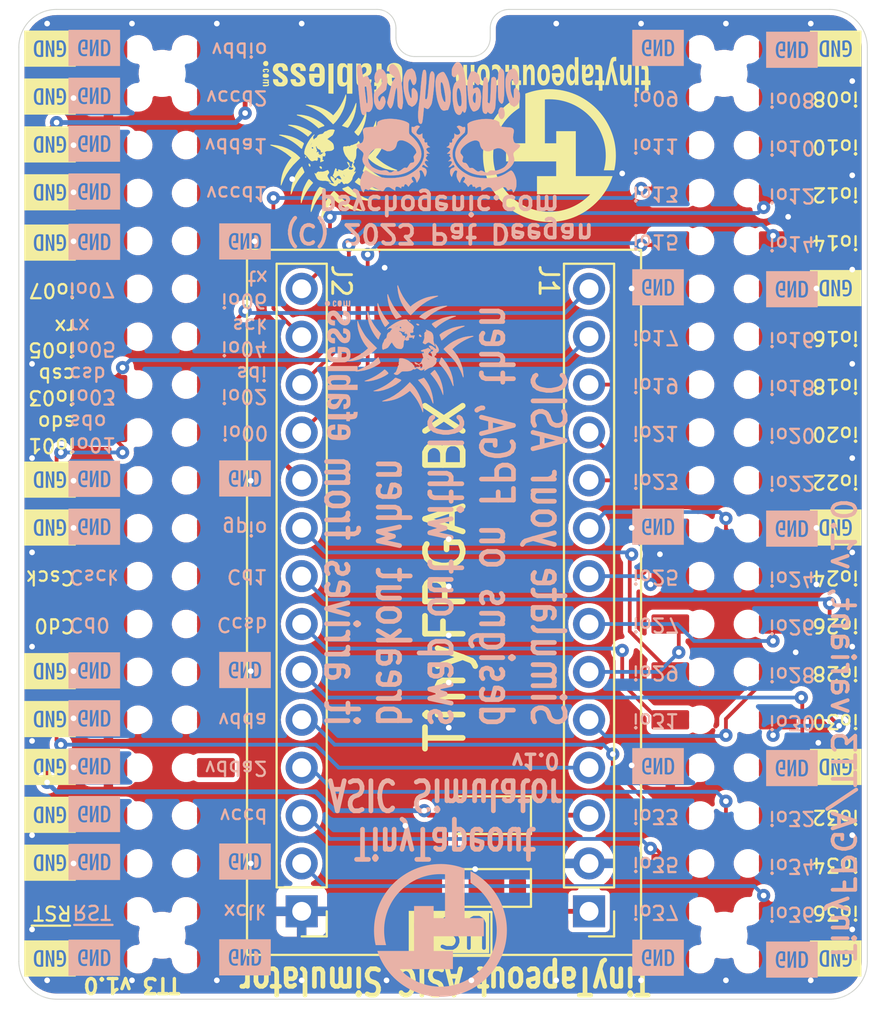
<source format=kicad_pcb>
(kicad_pcb (version 20221018) (generator pcbnew)
  (title_block (title "TinyTapeout ASIC Simulator (for TT3)") (date "2023-11-29") (rev "1.0") (company "Psychogenic Technologies") (comment 1 "(C) 2023 Pat Deegan"))
  (layers (0 "F.Cu" signal) (31 "B.Cu" signal) (34 "B.Paste" user) (35 "F.Paste" user) (36 "B.SilkS" user "B.Silkscreen") (37 "F.SilkS" user "F.Silkscreen") (38 "B.Mask" user) (39 "F.Mask" user) (44 "Edge.Cuts" user))
  (net 0 "")
  (net 1 "GND")
  (net 2 "vddio")
  (net 3 "vccd2")
  (net 4 "vccd1")
  (net 5 "vdda1")
  (net 6 "vdda2")
  (net 7 "mprj_io[18]")
  (net 8 "mprj_io[17]")
  (net 9 "mprj_io[16]")
  (net 10 "mprj_io[15]")
  (net 11 "mprj_io[14]")
  (net 12 "mprj_io[13]")
  (net 13 "mprj_io[12]")
  (net 14 "mprj_io[11]")
  (net 15 "mprj_io[10]")
  (net 16 "mprj_io[9]")
  (net 17 "mprj_io[8]")
  (net 18 "mprj_io[7]")
  (net 19 "mprj_io[6]_ser_tx")
  (net 20 "mprj_io[5]_ser_rx")
  (net 21 "mprj_io[0]")
  (net 22 "mprj_io[33]")
  (net 23 "mprj_io[32]")
  (net 24 "mprj_io[31]")
  (net 25 "mprj_io[30]")
  (net 26 "mprj_io[29]")
  (net 27 "mprj_io[28]")
  (net 28 "mprj_io[27]")
  (net 29 "mprj_io[26]")
  (net 30 "mprj_io[25]")
  (net 31 "mprj_io[24]")
  (net 32 "mprj_io[23]")
  (net 33 "mprj_io[22]")
  (net 34 "mprj_io[21]")
  (net 35 "mprj_io[20]")
  (net 36 "mprj_io[19]")
  (net 37 "mprj_io[4]_SCK")
  (net 38 "mprj_io[3]_CSB")
  (net 39 "mprj_io[2]_SDI")
  (net 40 "mprj_io[1]_SDO")
  (net 41 "gpio")
  (net 42 "Caravel_D0")
  (net 43 "Caravel_CSB")
  (net 44 "~{RST}")
  (net 45 "Caravel_D1")
  (net 46 "xclk")
  (net 47 "mprj_io[36]")
  (net 48 "mprj_io[37]")
  (net 49 "Caravel_SCK")
  (net 50 "mprj_io[34]")
  (net 51 "mprj_io[35]")
  (net 52 "vdda")
  (net 53 "vccd")
  (net 54 "/3v3TF")
  (net 55 "/5vTF")
  (footprint "kibuzzard-6288F08E" (layer "F.Cu") (at 91.322 57.681 180)
    (fp_text reference "kibuzzard-6288F08E" hide)
    (fp_text value "G***" hide)
  )
  (footprint "flyingcarsfootprints:StitchingVia-0.3mm" (layer "F.Cu") (at 50.9 29.8)
    (fp_text reference "STITCH19" hide)
    (fp_text value "StitchingVia-0.3mm" hide)
  )
  (footprint "Diode_SMD:D_SOD-123" (layer "F.Cu") (at 72.8 64.1 180)
    (fp_text reference "D2" hide)
    (fp_text value "B0520LW-7-F")
  )
  (footprint "BreakoutCommon:FH-00339" (layer "F.Cu") (at 85.4 43.75 -90)
    (fp_text reference "CON2" hide)
    (fp_text value "REF-182665-01")
  )
  (footprint "flyingcarsfootprints:StitchingVia-0.3mm" (layer "F.Cu") (at 50.9 52.6)
    (fp_text reference "STITCH19" hide)
    (fp_text value "StitchingVia-0.3mm" hide)
  )
  (footprint "kibuzzard-6288F08E" (layer "F.Cu") (at 91.322 44.981 180)
    (fp_text reference "kibuzzard-6288F08E" hide)
    (fp_text value "G***" hide)
  )
  (footprint "flyingcarsfootprints:StitchingVia-0.3mm" (layer "F.Cu") (at 92.2 36.3)
    (fp_text reference "STITCH25" hide)
    (fp_text value "StitchingVia-0.3mm" hide)
  )
  (footprint "flyingcarsfootprints:StitchingVia-0.3mm" (layer "F.Cu") (at 58.5 18.25)
    (fp_text reference "STITCH17" hide)
    (fp_text value "StitchingVia-0.3mm" hide)
  )
  (footprint "flyingcarsfootprints:StitchingVia-0.3mm" (layer "F.Cu") (at 60.3 62.8)
    (fp_text reference "STITCH19" hide)
    (fp_text value "StitchingVia-0.3mm" hide)
  )
  (footprint "Logos:TT_logo" (layer "F.Cu") (at 76.1 25.2 180)
    (fp_text reference "REF**" hide)
    (fp_text value "TT_logo")
  )
  (footprint "flyingcarsfootprints:StitchingVia-0.3mm" (layer "F.Cu") (at 92.2 41.3)
    (fp_text reference "STITCH24" hide)
    (fp_text value "StitchingVia-0.3mm" hide)
  )
  (footprint "flyingcarsfootprints:StitchingVia-0.3mm" (layer "F.Cu") (at 70.8 50.7)
    (fp_text reference "STITCH19" hide)
    (fp_text value "StitchingVia-0.3mm" hide)
  )
  (footprint "flyingcarsfootprints:StitchingVia-0.3mm" (layer "F.Cu") (at 82 46.4)
    (fp_text reference "STITCH19" hide)
    (fp_text value "StitchingVia-0.3mm" hide)
  )
  (footprint "flyingcarsfootprints:StitchingVia-0.3mm" (layer "F.Cu") (at 50.9 57.7)
    (fp_text reference "STITCH19" hide)
    (fp_text value "StitchingVia-0.3mm" hide)
  )
  (footprint "flyingcarsfootprints:StitchingVia-0.3mm" (layer "F.Cu") (at 72 69)
    (fp_text reference "STITCH6" hide)
    (fp_text value "StitchingVia-0.3mm" hide)
  )
  (footprint "kibuzzard-6288F08E" (layer "F.Cu") (at 49.651 67.841 180)
    (fp_text reference "kibuzzard-6288F08E" hide)
    (fp_text value "G***" hide)
  )
  (footprint "Logos:ef_logo" (layer "F.Cu") (at 64.7 21.1 180)
    (fp_text reference "EFABNAME" hide)
    (fp_text value "Logo" hide)
  )
  (footprint "flyingcarsfootprints:StitchingVia-0.3mm" (layer "F.Cu") (at 49.5 18.25)
    (fp_text reference "STITCH19" hide)
    (fp_text value "StitchingVia-0.3mm" hide)
  )
  (footprint "flyingcarsfootprints:StitchingVia-0.3mm" (layer "F.Cu") (at 76.5 18.25)
    (fp_text reference "STITCH13" hide)
    (fp_text value "StitchingVia-0.3mm" hide)
  )
  (footprint "flyingcarsfootprints:StitchingVia-0.3mm" (layer "F.Cu") (at 62.5 26.5)
    (fp_text reference "STITCH19" hide)
    (fp_text value "StitchingVia-0.3mm" hide)
  )
  (footprint "flyingcarsfootprints:StitchingVia-0.3mm" (layer "F.Cu") (at 48.7 51.3)
    (fp_text reference "STITCH31" hide)
    (fp_text value "StitchingVia-0.3mm" hide)
  )
  (footprint "Diode_SMD:D_SOD-123" (layer "F.Cu") (at 72.8 60.24 180)
    (fp_text reference "D1" hide)
    (fp_text value "B0520LW-7-F")
  )
  (footprint "flyingcarsfootprints:StitchingVia-0.3mm" (layer "F.Cu") (at 76.5 69)
    (fp_text reference "STITCH7" hide)
    (fp_text value "StitchingVia-0.3mm" hide)
  )
  (footprint "flyingcarsfootprints:StitchingVia-0.3mm" (layer "F.Cu") (at 63 69)
    (fp_text reference "STITCH4" hide)
    (fp_text value "StitchingVia-0.3mm" hide)
  )
  (footprint "flyingcarsfootprints:StitchingVia-0.3mm" (layer "F.Cu") (at 72.2 63.1)
    (fp_text reference "STITCH19" hide)
    (fp_text value "StitchingVia-0.3mm" hide)
  )
  (footprint "flyingcarsfootprints:StitchingVia-0.3mm" (layer "F.Cu") (at 49.5 69)
    (fp_text reference "STITCH1" hide)
    (fp_text value "StitchingVia-0.3mm" hide)
  )
  (footprint "kibuzzard-6288F08E" (layer "F.Cu") (at 49.651 19.581 180)
    (fp_text reference "kibuzzard-6288F08E" hide)
    (fp_text value "G***" hide)
  )
  (footprint "kibuzzard-6288F08E" (layer "F.Cu") (at 49.651 42.441 180)
    (fp_text reference "kibuzzard-6288F08E" hide)
    (fp_text value "G***" hide)
  )
  (footprint "flyingcarsfootprints:StitchingVia-0.3mm" (layer "F.Cu") (at 92.2 26.3)
    (fp_text reference "STITCH27" hide)
    (fp_text value "StitchingVia-0.3mm" hide)
  )
  (footprint "flyingcarsfootprints:StitchingVia-0.3mm" (layer "F.Cu") (at 80.5 45)
    (fp_text reference "STITCH19" hide)
    (fp_text value "StitchingVia-0.3mm" hide)
  )
  (footprint "flyingcarsfootprints:StitchingVia-0.3mm" (layer "F.Cu") (at 50.9 24.7)
    (fp_text reference "STITCH19" hide)
    (fp_text value "StitchingVia-0.3mm" hide)
  )
  (footprint "flyingcarsfootprints:StitchingVia-0.3mm" (layer "F.Cu") (at 50.9 62.8)
    (fp_text reference "STITCH19" hide)
    (fp_text value "StitchingVia-0.3mm" hide)
  )
  (footprint "flyingcarsfootprints:StitchingVia-0.3mm" (layer "F.Cu") (at 48.7 36.3)
    (fp_text reference "STITCH25" hide)
    (fp_text value "StitchingVia-0.3mm" hide)
  )
  (footprint "flyingcarsfootprints:StitchingVia-0.3mm" (layer "F.Cu") (at 60.5 29.8)
    (fp_text reference "STITCH19" hide)
    (fp_text value "StitchingVia-0.3mm" hide)
  )
  (footprint "flyingcarsfootprints:StitchingVia-0.3mm" (layer "F.Cu") (at 48.7 46.3)
    (fp_text reference "STITCH30" hide)
    (fp_text value "StitchingVia-0.3mm" hide)
  )
  (footprint "flyingcarsfootprints:StitchingVia-0.3mm" (layer "F.Cu") (at 80.5 57.6)
    (fp_text reference "STITCH19" hide)
    (fp_text value "StitchingVia-0.3mm" hide)
  )
  (footprint "flyingcarsfootprints:StitchingVia-0.3mm" (layer "F.Cu") (at 68.5 60.8)
    (fp_text reference "STITCH19" hide)
    (fp_text value "StitchingVia-0.3mm" hide)
  )
  (footprint "Connector_PinHeader_2.54mm:PinHeader_1x14_P2.54mm_Vertical" (layer "F.Cu") (at 63 65.34 180)
    (fp_text reference "J2")
    (fp_text value "CONN_01X14")
  )
  (footprint "flyingcarsfootprints:StitchingVia-0.3mm" (layer "F.Cu") (at 90.3 32.3)
    (fp_text reference "STITCH19" hide)
    (fp_text value "StitchingVia-0.3mm" hide)
  )
  (footprint "flyingcarsfootprints:StitchingVia-0.3mm" (layer "F.Cu") (at 90 18.25)
    (fp_text reference "STITCH10" hide)
    (fp_text value "StitchingVia-0.3mm" hide)
  )
  (footprint "kibuzzard-6288F08E" (layer "F.Cu") (at 49.651 52.601 180)
    (fp_text reference "kibuzzard-6288F08E" hide)
    (fp_text value "G***" hide)
  )
  (footprint "flyingcarsfootprints:StitchingVia-0.3mm" (layer "F.Cu") (at 90.3 45)
    (fp_text reference "STITCH19" hide)
    (fp_text value "StitchingVia-0.3mm" hide)
  )
  (footprint "kibuzzard-6288F08E" (layer "F.Cu") (at 49.651 29.868 180)
    (fp_text reference "kibuzzard-6288F08E" hide)
    (fp_text value "G***" hide)
  )
  (footprint "flyingcarsfootprints:StitchingVia-0.3mm" (layer "F.Cu") (at 70.8 55.6)
    (fp_text reference "STITCH19" hide)
    (fp_text value "StitchingVia-0.3mm" hide)
  )
  (footprint "kibuzzard-6288F08E" (layer "F.Cu") (at 49.651 44.981 180)
    (fp_text reference "kibuzzard-6288F08E" hide)
    (fp_text value "G***" hide)
  )
  (footprint "kibuzzard-6288F08E" (layer "F.Cu") (at 91.322 67.841 180)
    (fp_text reference "kibuzzard-6288F08E" hide)
    (fp_text value "G***" hide)
  )
  (footprint "flyingcarsfootprints:StitchingVia-0.3mm" (layer "F.Cu") (at 85.5 18.25)
    (fp_text reference "STITCH11" hide)
    (fp_text value "StitchingVia-0.3mm" hide)
  )
  (footprint "flyingcarsfootprints:StitchingVia-0.3mm" (layer "F.Cu") (at 48.7 41.3)
    (fp_text reference "STITCH29" hide)
    (fp_text value "StitchingVia-0.3mm" hide)
  )
  (footprint "flyingcarsfootprints:StitchingVia-0.3mm" (layer "F.Cu") (at 50.9 27.2)
    (fp_text reference "STITCH19" hide)
    (fp_text value "StitchingVia-0.3mm" hide)
  )
  (footprint "flyingcarsfootprints:StitchingVia-0.3mm" (layer "F.Cu") (at 92.2 51.3)
    (fp_text reference "STITCH22" hide)
    (fp_text value "StitchingVia-0.3mm" hide)
  )
  (footprint "flyingcarsfootprints:StitchingVia-0.3mm" (layer "F.Cu") (at 92.2 21.3)
    (fp_text reference "STITCH28" hide)
    (fp_text value "StitchingVia-0.3mm" hide)
  )
  (footprint "flyingcarsfootprints:StitchingVia-0.3mm" (layer "F.Cu") (at 54 69)
    (fp_text reference "STITCH2" hide)
    (fp_text value "StitchingVia-0.3mm" hide)
  )
  (footprint "flyingcarsfootprints:StitchingVia-0.3mm" (layer "F.Cu") (at 54 18.25)
    (fp_text reference "STITCH18" hide)
    (fp_text value "StitchingVia-0.3mm" hide)
  )
  (footprint "flyingcarsfootprints:StitchingVia-0.3mm" (layer "F.Cu") (at 63 18.25)
    (fp_text reference "STITCH16" hide)
    (fp_text value "StitchingVia-0.3mm" hide)
  )
  (footprint "flyingcarsfootprints:StitchingVia-0.3mm" (layer "F.Cu") (at 85.5 69)
    (fp_text reference "STITCH9" hide)
    (fp_text value "StitchingVia-0.3mm" hide)
  )
  (footprint "flyingcarsfootprints:StitchingVia-0.3mm" (layer "F.Cu") (at 90 69)
    (fp_text reference "STITCH10" hide)
    (fp_text value "StitchingVia-0.3mm" hide)
  )
  (footprint "flyingcarsfootprints:StitchingVia-0.3mm" (layer "F.Cu") (at 67.4 31.2)
    (fp_text reference "STITCH19" hide)
    (fp_text value "StitchingVia-0.3mm" hide)
  )
  (footprint "flyingcarsfootprints:StitchingVia-0.3mm" (layer "F.Cu") (at 67.5 69)
    (fp_text reference "STITCH5" hide)
    (fp_text value "StitchingVia-0.3mm" hide)
  )
  (footprint "flyingcarsfootprints:StitchingVia-0.3mm" (layer "F.Cu") (at 70.8 45.6)
    (fp_text reference "STITCH19" hide)
    (fp_text value "StitchingVia-0.3mm" hide)
  )
  (footprint "flyingcarsfootprints:StitchingVia-0.3mm" (layer "F.Cu") (at 80.5 32.3)
    (fp_text reference "STITCH19" hide)
    (fp_text value "StitchingVia-0.3mm" hide)
  )
  (footprint "Logos:ef_logo_graphical" (layer "F.Cu") (at 64.7 25.4 90)
    (fp_text reference "REF**" hide)
    (fp_text value "Logo" hide)
  )
  (footprint "flyingcarsfootprints:StitchingVia-0.3mm" (layer "F.Cu") (at 92.2 46.3)
    (fp_text reference "STITCH23" hide)
    (fp_text value "StitchingVia-0.3mm" hide)
  )
  (footprint "flyingcarsfootprints:StitchingVia-0.3mm" (layer "F.Cu") (at 92.2 61.3)
    (fp_text reference "STITCH20" hide)
    (fp_text value "StitchingVia-0.3mm" hide)
  )
  (footprint "kibuzzard-6288F08E" (layer "F.Cu") (at 49.651 62.761 180)
    (fp_text reference "kibuzzard-6288F08E" hide)
    (fp_text value "G***" hide)
  )
  (footprint "flyingcarsfootprints:StitchingVia-0.3mm" (layer "F.Cu") (at 90.4 56.4)
    (fp_text reference "STITCH19" hide)
    (fp_text value "StitchingVia-0.3mm" hide)
  )
  (footprint "flyingcarsfootprints:StitchingVia-0.3mm" (layer "F.Cu") (at 70.8 48.1)
    (fp_text reference "STITCH19" hide)
    (fp_text value "StitchingVia-0.3mm" hide)
  )
  (footprint "flyingcarsfootprints:StitchingVia-0.3mm" (layer "F.Cu") (at 60.3 42.5)
    (fp_text reference "STITCH19" hide)
    (fp_text value "StitchingVia-0.3mm" hide)
  )
  (footprint "flyingcarsfootprints:StitchingVia-0.3mm" (layer "F.Cu") (at 48.7 66.3)
    (fp_text reference "STITCH34" hide)
    (fp_text value "StitchingVia-0.3mm" hide)
  )
  (footprint "flyingcarsfootprints:StitchingVia-0.3mm" (layer "F.Cu") (at 50.9 22.2)
    (fp_text reference "STITCH19" hide)
    (fp_text value "StitchingVia-0.3mm" hide)
  )
  (footprint "flyingcarsfootprints:StitchingVia-0.3mm" (layer "F.Cu") (at 80 26.2)
    (fp_text reference "STITCH19" hide)
    (fp_text value "StitchingVia-0.3mm" hide)
  )
  (footprint "flyingcarsfootprints:StitchingVia-0.3mm" (layer "F.Cu") (at 58.5 69)
    (fp_text reference "STITCH3" hide)
    (fp_text value "StitchingVia-0.3mm" hide)
  )
  (footprint "flyingcarsfootprints:StitchingVia-0.3mm" (layer "F.Cu") (at 48.7 56.3)
    (fp_text reference "STITCH32" hide)
    (fp_text value "StitchingVia-0.3mm" hide)
  )
  (footprint "kibuzzard-6288F08E" (layer "F.Cu") (at 49.651 57.681 180)
    (fp_text reference "kibuzzard-6288F08E" hide)
    (fp_text value "G***" hide)
  )
  (footprint "kibuzzard-6288F08E" (layer "F.Cu") (at 91.322 32.281 180)
    (fp_text reference "kibuzzard-6288F08E" hide)
    (fp_text value "G***" hide)
  )
  (footprint "flyingcarsfootprints:StitchingVia-0.3mm" (layer "F.Cu") (at 92.2 66.3)
    (fp_text reference "STITCH19" hide)
    (fp_text value "StitchingVia-0.3mm" hide)
  )
  (footprint "flyingcarsfootprints:StitchingVia-0.3mm" (layer "F.Cu") (at 48.7 61.3)
    (fp_text reference "STITCH33" hide)
    (fp_text value "StitchingVia-0.3mm" hide)
  )
  (footprint "flyingcarsfootprints:StitchingVia-0.3mm" (layer "F.Cu") (at 81 69)
    (fp_text reference "STITCH8" hide)
    (fp_text value "StitchingVia-0.3mm" hide)
  )
  (footprint "kibuzzard-6288F08E" (layer "F.Cu") (at 49.651 24.661 180)
    (fp_text reference "kibuzzard-6288F08E" hide)
    (fp_text value "G***" hide)
  )
  (footprint "flyingcarsfootprints:StitchingVia-0.3mm" (layer "F.Cu") (at 50.9 42.5)
    (fp_text reference "STITCH19" hide)
    (fp_text value "StitchingVia-0.3mm" hide)
  )
  (footprint "kibuzzard-6288F08E" (layer "F.Cu") (at 49.651 27.201 180)
    (fp_text reference "kibuzzard-6288F08E" hide)
    (fp_text value "G***" hide)
  )
  (footprint "flyingcarsfootprints:StitchingVia-0.3mm" (layer "F.Cu") (at 89.2 51.6)
    (fp_text reference "STITCH19" hide)
    (fp_text value "StitchingVia-0.3mm" hide)
  )
  (footprint "BreakoutCommon:FH-00339" (layer "F.Cu") (at 55.6 43.75 -90)
    (fp_text reference "CON1" hide)
    (fp_text value "REF-182665-01")
  )
  (footprint "flyingcarsfootprints:StitchingVia-0.3mm" (layer "F.Cu") (at 60.3 52.6)
    (fp_text reference "STITCH19" hide)
    (fp_text value "StitchingVia-0.3mm" hide)
  )
  (footprint "kibuzzard-6288F08E" (layer "F.Cu") (at 49.651 55.141 180)
    (fp_text reference "kibuzzard-6288F08E" hide)
    (fp_text value "G***" hide)
  )
  (footprint "kibuzzard-6288F08E" (layer "F.Cu") (at 49.651 22.121 180)
    (fp_text reference "kibuzzard-6288F08E" hide)
    (fp_text value "G***" hide)
  )
  (footprint "kibuzzard-6288F08E" (layer "F.Cu") (at 49.651 60.221 180)
    (fp_text reference "kibuzzard-6288F08E" hide)
    (fp_text value "G***" hide)
  )
  (footprint "flyingcarsfootprints:StitchingVia-0.3mm" (layer "F.Cu") (at 50.9 45)
    (fp_text reference "STITCH19" hide)
    (fp_text value "StitchingVia-0.3mm" hide)
  )
  (footprint "flyingcarsfootprints:StitchingVia-0.3mm" (layer "F.Cu") (at 92.2 31.3)
    (fp_text reference "STITCH26" hide)
    (fp_text value "StitchingVia-0.3mm" hide)
  )
  (footprint "flyingcarsfootprints:StitchingVia-0.3mm" (layer "F.Cu") (at 50.9 55.1)
    (fp_text reference "STITCH19" hide)
    (fp_text value "StitchingVia-0.3mm" hide)
  )
  (footprint "flyingcarsfootprints:StitchingVia-0.3mm" (layer "F.Cu") (at 70.8 53.2)
    (fp_text reference "STITCH19" hide)
    (fp_text value "StitchingVia-0.3mm" hide)
  )
  (footprint "Connector_PinHeader_2.54mm:PinHeader_1x14_P2.54mm_Vertical" (layer "F.Cu") (at 78.24 65.34 180)
    (fp_text reference "J1")
    (fp_text value "CONN_01X14")
  )
  (footprint "flyingcarsfootprints:StitchingVia-0.3mm" (layer "F.Cu") (at 90.3 48)
    (fp_text reference "STITCH19" hide)
    (fp_text value "StitchingVia-0.3mm" hide)
  )
  (footprint "flyingcarsfootprints:StitchingVia-0.3mm" (layer "F.Cu") (at 81 18.25)
    (fp_text reference "STITCH12" hide)
    (fp_text value "StitchingVia-0.3mm" hide)
  )
  (footprint "flyingcarsfootprints:StitchingVia-0.3mm" (layer "F.Cu") (at 88.8 28.5)
    (fp_text reference "STITCH19" hide)
    (fp_text value "StitchingVia-0.3mm" hide)
  )
  (footprint "kibuzzard-6288F08E" (layer "F.Cu") (at 91.322 19.581 180)
    (fp_text reference "kibuzzard-6288F08E" hide)
    (fp_text value "G***" hide)
  )
  (footprint "Logos:ef_logo" (layer "B.Cu") (at 65.1 36.7 90)
    (fp_text reference "EFABNAME" hide)
    (fp_text value "Logo" hide)
  )
  (footprint "kibuzzard-6288F08E" (layer "B.Cu") (at 81.9 19.54)
    (fp_text reference "kibuzzard-6288F08E" hide)
    (fp_text value "G***" hide)
  )
  (footprint "kibuzzard-6288F08E" (layer "B.Cu") (at 59.993334 62.7)
    (fp_text reference "kibuzzard-6288F08E" hide)
    (fp_text value "G***" hide)
  )
  (footprint "kibuzzard-6288F08E" (layer "B.Cu") (at 59.993334 52.54)
    (fp_text reference "kibuzzard-6288F08E" hide)
    (fp_text value "G***" hide)
  )
  (footprint "kibuzzard-6288F08E" (layer "B.Cu") (at 89 57.74)
    (fp_text reference "kibuzzard-6288F08E" hide)
    (fp_text value "G***" hide)
  )
  (footprint "kibuzzard-6288F08E" (layer "B.Cu") (at 52 22.08)
    (fp_text reference "kibuzzard-6288F08E" hide)
    (fp_text value "G***" hide)
  )
  (footprint "kibuzzard-6288F08E" (layer "B.Cu") (at 81.9 44.94)
    (fp_text reference "kibuzzard-6288F08E" hide)
    (fp_text value "G***" hide)
  )
  (footprint "kibuzzard-6288F08E" (layer "B.Cu") (at 52 57.64)
    (fp_text reference "kibuzzard-6288F08E" hide)
    (fp_text value "G***" hide)
  )
  (footprint "kibuzzard-6288F08E" (layer "B.Cu") (at 52 24.62)
    (fp_text reference "kibuzzard-6288F08E" hide)
    (fp_text value "G***" hide)
  )
  (footprint "kibuzzard-6288F08E" (layer "B.Cu") (at 81.9 67.8)
    (fp_text reference "kibuzzard-6288F08E" hide)
    (fp_text value "G***" hide)
  )
  (footprint "kibuzzard-6288F08E" (layer "B.Cu") (at 89 67.9)
    (fp_text reference "kibuzzard-6288F08E" hide)
    (fp_text value "G***" hide)
  )
  (footprint "kibuzzard-6288F08E" (layer "B.Cu") (at 89 32.34)
    (fp_text reference "kibuzzard-6288F08E" hide)
    (fp_text value "G***" hide)
  )
  (footprint "kibuzzard-6288F08E" (layer "B.Cu") (at 52 44.94)
    (fp_text reference "kibuzzard-6288F08E" hide)
    (fp_text value "G***" hide)
  )
  (footprint "kibuzzard-6288F08E" (layer "B.Cu") (at 89 45.04)
    (fp_text reference "kibuzzard-6288F08E" hide)
    (fp_text value "G***" hide)
  )
  (footprint "kibuzzard-6288F08E" (layer "B.Cu") (at 52 67.8)
    (fp_text reference "kibuzzard-6288F08E" hide)
    (fp_text value "G***" hide)
  )
  (footprint "kibuzzard-6288F08E" (layer "B.Cu") (at 81.9 57.64)
    (fp_text reference "kibuzzard-6288F08E" hide)
    (fp_text value "G***" hide)
  )
  (footprint "kibuzzard-6288F08E" (layer "B.Cu") (at 81.9 32.24)
    (fp_text reference "kibuzzard-6288F08E" hide)
    (fp_text value "G***" hide)
  )
  (footprint "kibuzzard-6288F08E" (layer "B.Cu") (at 89 19.64)
    (fp_text reference "kibuzzard-6288F08E" hide)
    (fp_text value "G***" hide)
  )
  (footprint "kibuzzard-6288F08E" (layer "B.Cu") (at 59.993334 67.78)
    (fp_text reference "kibuzzard-6288F08E" hide)
    (fp_text value "G***" hide)
  )
  (footprint "kibuzzard-6288F08E" (layer "B.Cu") (at 52 42.4)
    (fp_text reference "kibuzzard-6288F08E" hide)
    (fp_text value "G***" hide)
  )
  (footprint "kibuzzard-6288F08E" (layer "B.Cu") (at 59.993334 42.38)
    (fp_text reference "kibuzzard-6288F08E" hide)
    (fp_text value "G***" hide)
  )
  (footprint "flyingcarsfootprints:PsychoLogoSmall" (layer "B.Cu") (at 70.2 23.8)
    (fp_text reference "G***" hide)
    (fp_text value "LOGO" hide)
  )
  (footprint "Logos:ef_logo_graphical" (layer "B.Cu") (at 68.8 35.5 180)
    (fp_text reference "EFABLOGO" hide)
    (fp_text value "Logo" hide)
  )
  (footprint "kibuzzard-6288F08E" (layer "B.Cu") (at 59.993334 29.807)
    (fp_text reference "kibuzzard-6288F08E" hide)
    (fp_text value "G***" hide)
  )
  (footprint "Logos:TT_logo" (layer "B.Cu") (at 70.4 66.3)
    (fp_text reference "REF**" hide)
    (fp_text value "TT_logo")
  )
  (footprint "kibuzzard-6288F08E" (layer "B.Cu") (at 52 55.1)
    (fp_text reference "kibuzzard-6288F08E" hide)
    (fp_text value "G***" hide)
  )
  (footprint "kibuzzard-6288F08E" (layer "B.Cu") (at 52 27.16)
    (fp_text reference "kibuzzard-6288F08E" hide)
    (fp_text value "G***" hide)
  )
  (footprint "kibuzzard-6288F08E" (layer "B.Cu") (at 52 52.56)
    (fp_text reference "kibuzzard-6288F08E" hide)
    (fp_text value "G***" hide)
  )
  (footprint "kibuzzard-6288F08E" (layer "B.Cu") (at 52 29.827)
    (fp_text reference "kibuzzard-6288F08E" hide)
    (fp_text value "G***" hide)
  )
  (footprint "kibuzzard-6288F08E" (layer "B.Cu") (at 52 60.18)
    (fp_text reference "kibuzzard-6288F08E" hide)
    (fp_text value "G***" hide)
  )
  (footprint "kibuzzard-6288F08E" (layer "B.Cu") (at 52 19.54)
    (fp_text reference "kibuzzard-6288F08E" hide)
    (fp_text value "G***" hide)
  )
  (footprint "kibuzzard-6288F08E" (layer "B.Cu") (at 52 62.72)
    (fp_text reference "kibuzzard-6288F08E" hide)
    (fp_text value "G***" hide)
  )
  (gr_line (start 50.935 66.059) (end 52.967 66.059) (stroke (width 0.12)) (layer "B.SilkS"))
  (gr_rect (start 68.737009 65.374019) (end 73.06299 67.7) (stroke (width 0.12)) (fill none) (layer "F.SilkS"))
  (gr_rect (start 60.1 30.25) (end 81 67.65) (stroke (width 0.12)) (fill none) (layer "F.SilkS"))
  (gr_line (start 48.684 66.1) (end 50.716 66.1) (stroke (width 0.12)) (layer "F.SilkS"))
  (gr_arc (start 67 17.5) (mid 67.707107 17.792893) (end 68 18.5) (stroke (width 0.05)) (layer "Edge.Cuts"))
  (gr_line (start 68 18.5) (end 68 19) (stroke (width 0.05)) (layer "Edge.Cuts"))
  (gr_line locked (start 50 70) (end 91 70) (stroke (width 0.05)) (layer "Edge.Cuts"))
  (gr_arc locked (start 93 68) (mid 92.414214 69.414214) (end 91 70) (stroke (width 0.05)) (layer "Edge.Cuts"))
  (gr_arc locked (start 48 19.5) (mid 48.585786 18.085786) (end 50 17.5) (stroke (width 0.05)) (layer "Edge.Cuts"))
  (gr_line (start 73 19) (end 73 18.5) (stroke (width 0.05)) (layer "Edge.Cuts"))
  (gr_arc (start 73 18.5) (mid 73.292893 17.792893) (end 74 17.5) (stroke (width 0.05)) (layer "Edge.Cuts"))
  (gr_line (start 69 20) (end 72 20) (stroke (width 0.05)) (layer "Edge.Cuts"))
  (gr_arc locked (start 50 70) (mid 48.585786 69.414214) (end 48 68) (stroke (width 0.05)) (layer "Edge.Cuts"))
  (gr_arc (start 69 20) (mid 68.292893 19.707107) (end 68 19) (stroke (width 0.05)) (layer "Edge.Cuts"))
  (gr_arc (start 91 17.5) (mid 92.414214 18.085786) (end 93 19.5) (stroke (width 0.05)) (layer "Edge.Cuts"))
  (gr_line locked (start 48 19.5) (end 48 68) (stroke (width 0.05)) (layer "Edge.Cuts"))
  (gr_line (start 91 17.5) (end 74 17.5) (stroke (width 0.05)) (layer "Edge.Cuts"))
  (gr_line locked (start 93 19.5) (end 93 68) (stroke (width 0.05)) (layer "Edge.Cuts"))
  (gr_arc (start 73 19) (mid 72.707107 19.707107) (end 72 20) (stroke (width 0.05)) (layer "Edge.Cuts"))
  (gr_line (start 50 17.5) (end 67 17.5) (stroke (width 0.05)) (layer "Edge.Cuts"))
  (gr_text "v1.0" (at 75.4 56.9 -180) (layer "B.SilkS") (effects (font (size 0.8 0.8) (thickness 0.18) bold) (justify bottom mirror)))
  (gr_text "io19" (at 81.773 37.447 -180) (layer "B.SilkS") (effects (font (size 0.75 0.75) (thickness 0.12)) (justify mirror)))
  (gr_text "io30" (at 89 55.327 -180) (layer "B.SilkS") (effects (font (size 0.75 0.75) (thickness 0.12)) (justify mirror)))
  (gr_text "io13" (at 81.773 27.287 -180) (layer "B.SilkS") (effects (font (size 0.75 0.75) (thickness 0.12)) (justify mirror)))
  (gr_text "io12" (at 89 27.387 -180) (layer "B.SilkS") (effects (font (size 0.75 0.75) (thickness 0.12)) (justify mirror)))
  (gr_text "io25" (at 81.773 47.607 -180) (layer "B.SilkS") (effects (font (size 0.75 0.75) (thickness 0.12)) (justify mirror)))
  (gr_text "Cd0" (at 50.603 50.147 -180) (layer "B.SilkS") (effects (font (size 0.75 0.75) (thickness 0.12)) (justify left mirror)))
  (gr_text "io32" (at 89 60.407 -180) (layer "B.SilkS") (effects (font (size 0.75 0.75) (thickness 0.12)) (justify mirror)))
  (gr_text "io33" (at 81.773 60.307 -180) (layer "B.SilkS") (effects (font (size 0.75 0.75) (thickness 0.12)) (justify mirror)))
  (gr_text "io05\nrx" (at 50.603 34.907 -180) (layer "B.SilkS") (effects (font (size 0.75 0.75) (thickness 0.12)) (justify left mirror)))
  (gr_text "io03\ncsb" (at 50.603 37.447 -180) (layer "B.SilkS") (effects (font (size 0.75 0.75) (thickness 0.12)) (justify left mirror)))
  (gr_text "io00" (at 59.993334 39.967 -180) (layer "B.SilkS") (effects (font (size 0.75 0.75) (thickness 0.12)) (justify mirror)))
  (gr_text "(C) 2023 Pat Deegan" (at 70.3 28.8 180) (layer "B.SilkS") (effects (font (size 1 1) (thickness 0.2) bold) (justify bottom mirror)))
  (gr_text "io09" (at 81.773 22.207 -180) (layer "B.SilkS") (effects (font (size 0.75 0.75) (thickness 0.12)) (justify mirror)))
  (gr_text "io26" (at 89 50.247 -180) (layer "B.SilkS") (effects (font (size 0.75 0.75) (thickness 0.12)) (justify mirror)))
  (gr_text "TinyFPGA/TT3 variant, v1.0" (at 91 68.1 270) (layer "B.SilkS") (effects (font (size 1.2 1.2) (thickness 0.2) bold) (justify left bottom mirror)))
  (gr_text "Csck" (at 50.603 47.607 -180) (layer "B.SilkS") (effects (font (size 0.75 0.75) (thickness 0.12)) (justify left mirror)))
  (gr_text "io34" (at 89 62.947 -180) (layer "B.SilkS") (effects (font (size 0.75 0.75) (thickness 0.12)) (justify mirror)))
  (gr_text "io37" (at 81.773 65.387 -180) (layer "B.SilkS") (effects (font (size 0.75 0.75) (thickness 0.12)) (justify mirror)))
  (gr_text "io15" (at 81.773 29.827 -180) (layer "B.SilkS") (effects (font (size 0.75 0.75) (thickness 0.12)) (justify mirror)))
  (gr_text "io20" (at 89 40.087 -180) (layer "B.SilkS") (effects (font (size 0.75 0.75) (thickness 0.12)) (justify mirror)))
  (gr_text "vccd1" (at 61.263334 27.267 -180) (layer "B.SilkS") (effects (font (size 0.75 0.75) (thickness 0.12)) (justify right mirror)))
  (gr_text "io21" (at 81.773 39.987 -180) (layer "B.SilkS") (effects (font (size 0.75 0.75) (thickness 0.12)) (justify mirror)))
  (gr_text "io07" (at 51.873 32.367 -180) (layer "B.SilkS") (effects (font (size 0.75 0.75) (thickness 0.12)) (justify mirror)))
  (gr_text "vccd2" (at 61.263334 22.187 -180) (layer "B.SilkS") (effects (font (size 0.75 0.75) (thickness 0.12)) (justify right mirror)))
  (gr_text "RST" (at 51.873 65.387 -180) (layer "B.SilkS") (effects (font (size 0.75 0.75) (thickness 0.12)) (justify mirror)))
  (gr_text "io10" (at 89 24.847 -180) (layer "B.SilkS") (effects (font (size 0.75 0.75) (thickness 0.12)) (justify mirror)))
  (gr_text "io04\nsck" (at 61.263334 34.887 -180) (layer "B.SilkS") (effects (font (size 0.75 0.75) (thickness 0.12)) (justify right mirror)))
  (gr_text "io36" (at 89 65.487 -180) (layer "B.SilkS") (effects (font (size 0.75 0.75) (thickness 0.12)) (justify mirror)))
  (gr_text "gpio" (at 61.263334 45.047 -180) (layer "B.SilkS") (effects (font (size 0.75 0.75) (thickness 0.12)) (justify right mirror)))
  (gr_text "vdda1" (at 61.263334 24.727 -180) (layer "B.SilkS") (effects (font (size 0.75 0.75) (thickness 0.12)) (justify right mirror)))
  (gr_text "io35" (at 81.773 62.847 -180) (layer "B.SilkS") (effects (font (size 0.75 0.75) (thickness 0.12)) (justify mirror)))
  (gr_text "Simulate your ASIC\ndesigns on FPGA, then \nswap out with IC \nbreakout when \nit arrives from" (at 64.1 55.7 270) (layer "B.SilkS") (effects (font (size 1.7 1.3) (thickness 0.25) bold) (justify left bottom mirror)))
  (gr_text "io14" (at 89 29.927 -180) (layer "B.SilkS") (effects (font (size 0.75 0.75) (thickness 0.12)) (justify mirror)))
  (gr_text "vdda" (at 61.263334 55.207 -180) (layer "B.SilkS") (effects (font (size 0.75 0.75) (thickness 0.12)) (justify right mirror)))
  (gr_text "io06\ntx" (at 61.263334 32.347 -180) (layer "B.SilkS") (effects (font (size 0.75 0.75) (thickness 0.12)) (justify right mirror)))
  (gr_text "io24" (at 89 47.707 -180) (layer "B.SilkS") (effects (font (size 0.75 0.75) (thickness 0.12)) (justify mirror)))
  (gr_text "psychogenic.com" (at 70.3 27.3 180) (layer "B.SilkS") (effects (font (size 1 1) (thickness 0.2) bold) (justify bottom mirror)))
  (gr_text "xclk" (at 59.993334 65.367 -180) (layer "B.SilkS") (effects (font (size 0.75 0.75) (thickness 0.12)) (justify mirror)))
  (gr_text "io16" (at 89 35.007 -180) (layer "B.SilkS") (effects (font (size 0.75 0.75) (thickness 0.12)) (justify mirror)))
  (gr_text "TinyTapeout\nASIC Simulator" (at 70.6 58.2 180) (layer "B.SilkS") (effects (font (size 1.6 1.1) (thickness 0.25) bold) (justify bottom mirror)))
  (gr_text "io18" (at 89 37.547 -180) (layer "B.SilkS") (effects (font (size 0.75 0.75) (thickness 0.12)) (justify mirror)))
  (gr_text "vdda2" (at 61.263334 57.747 -180) (layer "B.SilkS") (effects (font (size 0.75 0.75) (thickness 0.12)) (justify right mirror)))
  (gr_text "io23" (at 81.773 42.527 -180) (layer "B.SilkS") (effects (font (size 0.75 0.75) (thickness 0.12)) (justify mirror)))
  (gr_text "io28" (at 89 52.787 -180) (layer "B.SilkS") (effects (font (size 0.75 0.75) (thickness 0.12)) (justify mirror)))
  (gr_text "io17" (at 81.773 34.907 -180) (layer "B.SilkS") (effects (font (size 0.75 0.75) (thickness 0.12)) (justify mirror)))
  (gr_text "io22" (at 89 42.627 -180) (layer "B.SilkS") (effects (font (size 0.75 0.75) (thickness 0.12)) (justify mirror)))
  (gr_text "Cd1" (at 61.263334 47.587 -180) (layer "B.SilkS") (effects (font (size 0.75 0.75) (thickness 0.12)) (justify right mirror)))
  (gr_text "io01\nsdo" (at 50.603 39.987 -180) (layer "B.SilkS") (effects (font (size 0.75 0.75) (thickness 0.12)) (justify left mirror)))
  (gr_text "io27" (at 81.773 50.147 -180) (layer "B.SilkS") (effects (font (size 0.75 0.75) (thickness 0.12)) (justify mirror)))
  (gr_text "vddio" (at 61.263334 19.647 -180) (layer "B.SilkS") (effects (font (size 0.75 0.75) (thickness 0.12)) (justify right mirror)))
  (gr_text "vccd" (at 61.263334 60.287 -180) (layer "B.SilkS") (effects (font (size 0.75 0.75) (thickness 0.12)) (justify right mirror)))
  (gr_text "io31" (at 81.773 55.227 -180) (layer "B.SilkS") (effects (font (size 0.75 0.75) (thickness 0.12)) (justify mirror)))
  (gr_text "io11" (at 81.773 24.747 -180) (layer "B.SilkS") (effects (font (size 0.75 0.75) (thickness 0.12)) (justify mirror)))
  (gr_text "io02\nsdi" (at 61.263334 37.427 -180) (layer "B.SilkS") (effects (font (size 0.75 0.75) (thickness 0.12)) (justify right mirror)))
  (gr_text "io08" (at 89 22.307 -180) (layer "B.SilkS") (effects (font (size 0.75 0.75) (thickness 0.12)) (justify mirror)))
  (gr_text "io29" (at 81.773 52.687 -180) (layer "B.SilkS") (effects (font (size 0.75 0.75) (thickness 0.12)) (justify mirror)))
  (gr_text "Ccsb" (at 61.263334 50.127 -180) (layer "B.SilkS") (effects (font (size 0.75 0.75) (thickness 0.12)) (justify right mirror)))
  (gr_text "io36" (at 91.322 65.428 180) (layer "F.SilkS") (effects (font (size 0.75 0.75) (thickness 0.12))))
  (gr_text "io18" (at 91.322 37.488 180) (layer "F.SilkS") (effects (font (size 0.75 0.75) (thickness 0.12))))
  (gr_text "io34" (at 91.322 62.888 180) (layer "F.SilkS") (effects (font (size 0.75 0.75) (thickness 0.12))))
  (gr_text "io01\nsdo" (at 51.048 40.028 180) (layer "F.SilkS") (effects (font (size 0.75 0.75) (thickness 0.12)) (justify left)))
  (gr_text "TinyFPGA BX" (at 71.8 57.1 90) (layer "F.SilkS") (effects (font (size 2 2) (thickness 0.3)) (justify left bottom)))
  (gr_text "RST" (at 49.778 65.428 180) (layer "F.SilkS") (effects (font (size 0.75 0.75) (thickness 0.12))))
  (gr_text "TT3 v1.0" (at 54 68.8 180) (layer "F.SilkS") (effects (font (size 0.8 0.8) (thickness 0.18) bold) (justify bottom)))
  (gr_text "io08" (at 91.322 22.248 180) (layer "F.SilkS") (effects (font (size 0.75 0.75) (thickness 0.12))))
  (gr_text "io14" (at 91.322 29.868 180) (layer "F.SilkS") (effects (font (size 0.75 0.75) (thickness 0.12))))
  (gr_text "io10" (at 91.322 24.788 180) (layer "F.SilkS") (effects (font (size 0.75 0.75) (thickness 0.12))))
  (gr_text "io26" (at 91.322 50.188 180) (layer "F.SilkS") (effects (font (size 0.75 0.75) (thickness 0.12))))
  (gr_text "io22" (at 91.322 42.568 180) (layer "F.SilkS") (effects (font (size 0.75 0.75) (thickness 0.12))))
  (gr_text "TinyTapeout ASIC Simulator" (at 70.6 68.2 180) (layer "F.SilkS") (effects (font (size 1.4 1.05) (thickness 0.25) bold) (justify bottom)))
  (gr_text "io24" (at 91.322 47.648 180) (layer "F.SilkS") (effects (font (size 0.75 0.75) (thickness 0.12))))
  (gr_text "io12" (at 91.322 27.328 180) (layer "F.SilkS") (effects (font (size 0.75 0.75) (thickness 0.12))))
  (gr_text "Cd0" (at 51.048 50.188 180) (layer "F.SilkS") (effects (font (size 0.75 0.75) (thickness 0.12)) (justify left)))
  (gr_text "Csck" (at 51.048 47.648 180) (layer "F.SilkS") (effects (font (size 0.75 0.75) (thickness 0.12)) (justify left)))
  (gr_text "io32" (at 91.322 60.348 180) (layer "F.SilkS") (effects (font (size 0.75 0.75) (thickness 0.12))))
  (gr_text "io30" (at 91.322 55.268 180) (layer "F.SilkS") (effects (font (size 0.75 0.75) (thickness 0.12))))
  (gr_text "io07" (at 49.778 32.408 180) (layer "F.SilkS") (effects (font (size 0.75 0.75) (thickness 0.12))))
  (gr_text "tinytapeout.com" (at 76.3 20.2 180) (layer "F.SilkS") (effects (font (size 1.4 0.8) (thickness 0.2) bold) (justify bottom)))
  (gr_text "io28" (at 91.322 52.728 180) (layer "F.SilkS") (effects (font (size 0.75 0.75) (thickness 0.12))))
  (gr_text "io16" (at 91.322 34.948 180) (layer "F.SilkS") (effects (font (size 0.75 0.75) (thickness 0.12))))
  (gr_text "io03\ncsb" (at 51.048 37.488 180) (layer "F.SilkS") (effects (font (size 0.75 0.75) (thickness 0.12)) (justify left)))
  (gr_text "io20" (at 91.322 40.028 180) (layer "F.SilkS") (effects (font (size 0.75 0.75) (thickness 0.12))))
  (gr_text "USB" (at 70.9 65.474019 180) (layer "F.SilkS" knockout) (effects (font (size 1.6 1.4) (thickness 0.2) bold) (justify bottom)))
  (gr_text "io05\nrx" (at 51.048 34.948 180) (layer "F.SilkS") (effects (font (size 0.75 0.75) (thickness 0.12)) (justify left)))
  (segment (start 49.5 24) (end 50 23.5) (width 0.254) (layer "F.Cu") (net 2))
  (segment (start 60 23) (end 60 21.17) (width 0.254) (layer "F.Cu") (net 2))
  (segment (start 60 21.17) (end 58.45 19.62) (width 0.254) (layer "F.Cu") (net 2))
  (segment (start 69.74 60.24) (end 69.5 60) (width 0.254) (layer "F.Cu") (net 2))
  (segment (start 49.5 58.5) (end 49.5 24) (width 0.254) (layer "F.Cu") (net 2))
  (segment (start 71.15 64.1) (end 71.15 60.24) (width 0.254) (layer "F.Cu") (net 2))
  (segment (start 71.15 60.24) (end 69.74 60.24) (width 0.254) (layer "F.Cu") (net 2))
  (via (at 60 23) (size 0.7) (drill 0.3) (layers "F.Cu" "B.Cu") (net 2))
  (via (at 49.5 58.5) (size 0.7) (drill 0.3) (layers "F.Cu" "B.Cu") (net 2))
  (via (at 69.5 60) (size 0.7) (drill 0.3) (layers "F.Cu" "B.Cu") (net 2))
  (via (at 50 23.5) (size 0.7) (drill 0.3) (layers "F.Cu" "B.Cu") (net 2))
  (segment (start 63.75 59) (end 50 59) (width 0.254) (layer "B.Cu") (net 2))
  (segment (start 50 59) (end 49.5 58.5) (width 0.254) (layer "B.Cu") (net 2))
  (segment (start 50 23.5) (end 59.5 23.5) (width 0.254) (layer "B.Cu") (net 2))
  (segment (start 64.75 60) (end 63.75 59) (width 0.254) (layer "B.Cu") (net 2))
  (segment (start 69.5 60) (end 64.75 60) (width 0.254) (layer "B.Cu") (net 2))
  (segment (start 59.5 23.5) (end 60 23) (width 0.254) (layer "B.Cu") (net 2))
  (segment (start 66.5 36.44) (end 66.5 30.5) (width 0.2) (layer "F.Cu") (net 10))
  (segment (start 82.33 30) (end 82.55 29.78) (width 0.2) (layer "F.Cu") (net 10))
  (segment (start 63 39.94) (end 66.5 36.44) (width 0.2) (layer "F.Cu") (net 10))
  (segment (start 81 30) (end 82.33 30) (width 0.2) (layer "F.Cu") (net 10))
  (via (at 66.5 30.5) (size 0.7) (drill 0.3) (layers "F.Cu" "B.Cu") (net 10))
  (via (at 81 30) (size 0.7) (drill 0.3) (layers "F.Cu" "B.Cu") (net 10))
  (segment (start 80.9 29.9) (end 81 30) (width 0.2) (layer "B.Cu") (net 10))
  (segment (start 67.1 29.9) (end 80.9 29.9) (width 0.2) (layer "B.Cu") (net 10))
  (segment (start 66.5 30.5) (end 67.1 29.9) (width 0.2) (layer "B.Cu") (net 10))
  (segment (start 88 29.5) (end 88 29.53) (width 0.2) (layer "F.Cu") (net 11))
  (segment (start 63 37.4) (end 65.5 34.9) (width 0.2) (layer "F.Cu") (net 11))
  (segment (start 65.5 34.9) (end 65.5 30) (width 0.2) (layer "F.Cu") (net 11))
  (segment (start 88 29.53) (end 88.25 29.78) (width 0.2) (layer "F.Cu") (net 11))
  (via (at 65.5 30) (size 0.7) (drill 0.3) (layers "F.Cu" "B.Cu") (net 11))
  (via (at 88 29.5) (size 0.7) (drill 0.3) (layers "F.Cu" "B.Cu") (net 11))
  (segment (start 65.5 30) (end 66.58 28.92) (width 0.2) (layer "B.Cu") (net 11))
  (segment (start 66.58 28.92) (end 87.42 28.92) (width 0.2) (layer "B.Cu") (net 11))
  (segment (start 87.42 28.92) (end 88 29.5) (width 0.2) (layer "B.Cu") (net 11))
  (segment (start 81 27) (end 82.31 27) (width 0.2) (layer "F.Cu") (net 12))
  (segment (start 61.500002 27.5) (end 61.500002 33.360002) (width 0.2) (layer "F.Cu") (net 12))
  (segment (start 61.500002 33.360002) (end 63 34.86) (width 0.2) (layer "F.Cu") (net 12))
  (segment (start 82.31 27) (end 82.55 27.24) (width 0.2) (layer "F.Cu") (net 12))
  (via (at 81 27) (size 0.7) (drill 0.3) (layers "F.Cu" "B.Cu") (net 12))
  (via (at 61.500002 27.5) (size 0.7) (drill 0.3) (layers "F.Cu" "B.Cu") (net 12))
  (segment (start 80.5 27.5) (end 61.500002 27.5) (width 0.2) (layer "B.Cu") (net 12))
  (segment (start 81 27) (end 80.5 27.5) (width 0.2) (layer "B.Cu") (net 12))
  (segment (start 63 32.32) (end 64.5 30.82) (width 0.2) (layer "F.Cu") (net 13))
  (segment (start 87.5 27.99) (end 88.25 27.24) (width 0.2) (layer "F.Cu") (net 13))
  (segment (start 87.5 28) (end 87.5 27.99) (width 0.2) (layer "F.Cu") (net 13))
  (segment (start 64.5 30.82) (end 64.5 28.5) (width 0.2) (layer "F.Cu") (net 13))
  (via (at 87.5 28) (size 0.7) (drill 0.3) (layers "F.Cu" "B.Cu") (net 13))
  (via (at 64.5 28.5) (size 0.7) (drill 0.3) (layers "F.Cu" "B.Cu") (net 13))
  (segment (start 64.5 28.5) (end 64.7 28.3) (width 0.2) (layer "B.Cu") (net 13))
  (segment (start 87.2 28.3) (end 87.5 28) (width 0.2) (layer "B.Cu") (net 13))
  (segment (start 64.7 28.3) (end 87.2 28.3) (width 0.2) (layer "B.Cu") (net 13))
  (segment (start 79.5 57) (end 79.5 57.75) (width 0.2) (layer "F.Cu") (net 22))
  (segment (start 82.01 60.26) (end 82.55 60.26) (width 0.2) (layer "F.Cu") (net 22))
  (segment (start 79.5 57.75) (end 82.01 60.26) (width 0.2) (layer "F.Cu") (net 22))
  (via (at 79.5 57) (size 0.7) (drill 0.3) (layers "F.Cu" "B.Cu") (net 22))
  (segment (start 64.75 56.5) (end 79 56.5) (width 0.2) (layer "B.Cu") (net 22))
  (segment (start 63.43 55.18) (end 64.75 56.5) (width 0.2) (layer "B.Cu") (net 22))
  (segment (start 63 55.18) (end 63.43 55.18) (width 0.2) (layer "B.Cu") (net 22))
  (segment (start 79 56.5) (end 79.5 57) (width 0.2) (layer "B.Cu") (net 22))
  (segment (start 89.5 54) (end 89.55 54.05) (width 0.2) (layer "F.Cu") (net 23))
  (segment (start 89.55 58.96) (end 88.25 60.26) (width 0.2) (layer "F.Cu") (net 23))
  (segment (start 89.55 54.05) (end 89.55 58.96) (width 0.2) (layer "F.Cu") (net 23))
  (via (at 89.5 54) (size 0.7) (drill 0.3) (layers "F.Cu" "B.Cu") (net 23))
  (segment (start 63 52.64) (end 64.36 54) (width 0.2) (layer "B.Cu") (net 23))
  (segment (start 64.36 54) (end 89.5 54) (width 0.2) (layer "B.Cu") (net 23))
  (segment (start 80 53.25) (end 81.93 55.18) (width 0.2) (layer "F.Cu") (net 24))
  (segment (start 81.93 55.18) (end 82.55 55.18) (width 0.2) (layer "F.Cu") (net 24))
  (segment (start 80 51.5) (end 80 53.25) (width 0.2) (layer "F.Cu") (net 24))
  (via (at 80 51.5) (size 0.7) (drill 0.3) (layers "F.Cu" "B.Cu") (net 24))
  (segment (start 79.9 51.4) (end 80 51.5) (width 0.2) (layer "B.Cu") (net 24))
  (segment (start 63 50.1) (end 64.3 51.4) (width 0.2) (layer "B.Cu") (net 24))
  (segment (start 64.3 51.4) (end 79.9 51.4) (width 0.2) (layer "B.Cu") (net 24))
  (segment (start 88 55.43) (end 88.25 55.18) (width 0.2) (layer "F.Cu") (net 25))
  (segment (start 91 49) (end 91 55) (width 0.2) (layer "F.Cu") (net 25))
  (segment (start 91 55) (end 91.5 55.5) (width 0.2) (layer "F.Cu") (net 25))
  (segment (start 88 56) (end 88 55.43) (width 0.2) (layer "F.Cu") (net 25))
  (via (at 91.5 55.5) (size 0.7) (drill 0.3) (layers "F.Cu" "B.Cu") (net 25))
  (via (at 88 56) (size 0.7) (drill 0.3) (layers "F.Cu" "B.Cu") (net 25))
  (via (at 91 49) (size 0.7) (drill 0.3) (layers "F.Cu" "B.Cu") (net 25))
  (segment (start 90.8 48.8) (end 91 49) (width 0.2) (layer "B.Cu") (net 25))
  (segment (start 88.5 55.5) (end 88 56) (width 0.2) (layer "B.Cu") (net 25))
  (segment (start 64.24 48.8) (end 90.8 48.8) (width 0.2) (layer "B.Cu") (net 25))
  (segment (start 63 47.56) (end 64.24 48.8) (width 0.2) (layer "B.Cu") (net 25))
  (segment (start 91.5 55.5) (end 88.5 55.5) (width 0.2) (layer "B.Cu") (net 25))
  (segment (start 82.55 52.64) (end 80.4 50.49) (width 0.2) (layer "F.Cu") (net 26))
  (segment (start 80.4 50.49) (end 80.4 46.500006) (width 0.2) (layer "F.Cu") (net 26))
  (segment (start 80.4 46.500006) (end 80.500006 46.4) (width 0.2) (layer "F.Cu") (net 26))
  (via (at 80.500006 46.4) (size 0.7) (drill 0.3) (layers "F.Cu" "B.Cu") (net 26))
  (segment (start 63 45.02) (end 64.28 46.3) (width 0.2) (layer "B.Cu") (net 26))
  (segment (start 64.28 46.3) (end 80.400006 46.3) (width 0.2) (layer "B.Cu") (net 26))
  (segment (start 80.400006 46.3) (end 80.500006 46.4) (width 0.2) (layer "B.Cu") (net 26))
  (segment (start 85.5 55.133776) (end 87.993776 52.64) (width 0.2) (layer "F.Cu") (net 27))
  (segment (start 85.5 56) (end 85.5 55.133776) (width 0.2) (layer "F.Cu") (net 27))
  (segment (start 87.993776 52.64) (end 88.25 52.64) (width 0.2) (layer "F.Cu") (net 27))
  (via (at 85.5 56) (size 0.7) (drill 0.3) (layers "F.Cu" "B.Cu") (net 27))
  (segment (start 79.1 56.04) (end 85.46 56.04) (width 0.2) (layer "B.Cu") (net 27))
  (segment (start 78.24 55.18) (end 79.1 56.04) (width 0.2) (layer "B.Cu") (net 27))
  (segment (start 85.46 56.04) (end 85.5 56) (width 0.2) (layer "B.Cu") (net 27))
  (segment (start 83 50.55) (end 82.55 50.1) (width 0.2) (layer "F.Cu") (net 28))
  (segment (start 83 51.6005) (end 83 50.55) (width 0.2) (layer "F.Cu") (net 28))
  (via (at 83 51.6005) (size 0.7) (drill 0.3) (layers "F.Cu" "B.Cu") (net 28))
  (segment (start 81.9605 52.64) (end 83 51.6005) (width 0.2) (layer "B.Cu") (net 28))
  (segment (start 78.24 52.64) (end 81.9605 52.64) (width 0.2) (layer "B.Cu") (net 28))
  (segment (start 88 51) (end 88 50.35) (width 0.2) (layer "F.Cu") (net 29))
  (segment (start 88 50.35) (end 88.25 50.1) (width 0.2) (layer "F.Cu") (net 29))
  (via (at 88 51) (size 0.7) (drill 0.3) (layers "F.Cu" "B.Cu") (net 29))
  (segment (start 83.813776 51) (end 88 51) (width 0.2) (layer "B.Cu") (net 29))
  (segment (start 82.913776 50.1) (end 83.813776 51) (width 0.2) (layer "B.Cu") (net 29))
  (segment (start 78.24 50.1) (end 82.913776 50.1) (width 0.2) (layer "B.Cu") (net 29))
  (segment (start 82.11 48) (end 82.55 47.56) (width 0.2) (layer "F.Cu") (net 30))
  (segment (start 81.5 48) (end 82.11 48) (width 0.2) (layer "F.Cu") (net 30))
  (via (at 81.5 48) (size 0.7) (drill 0.3) (layers "F.Cu" "B.Cu") (net 30))
  (segment (start 78.24 47.56) (end 81.06 47.56) (width 0.2) (layer "B.Cu") (net 30))
  (segment (start 81.06 47.56) (end 81.5 48) (width 0.2) (layer "B.Cu") (net 30))
  (segment (start 85.5 45.066224) (end 87.993776 47.56) (width 0.2) (layer "F.Cu") (net 31))
  (segment (start 85.5 44.5) (end 85.5 45.066224) (width 0.2) (layer "F.Cu") (net 31))
  (segment (start 87.993776 47.56) (end 88.25 47.56) (width 0.2) (layer "F.Cu") (net 31))
  (via (at 85.5 44.5) (size 0.7) (drill 0.3) (layers "F.Cu" "B.Cu") (net 31))
  (segment (start 85.16 44.16) (end 85.5 44.5) (width 0.2) (layer "B.Cu") (net 31))
  (segment (start 79.1 44.16) (end 85.16 44.16) (width 0.2) (layer "B.Cu") (net 31))
  (segment (start 78.24 45.02) (end 79.1 44.16) (width 0.2) (layer "B.Cu") (net 31))
  (segment (start 78.24 42.48) (end 82.55 42.48) (width 0.2) (layer "F.Cu") (net 32))
  (segment (start 87.02 41.25) (end 88.25 42.48) (width 0.2) (layer "F.Cu") (net 33))
  (segment (start 78.24 39.94) (end 79.55 41.25) (width 0.2) (layer "F.Cu") (net 33))
  (segment (start 79.55 41.25) (end 87.02 41.25) (width 0.2) (layer "F.Cu") (net 33))
  (segment (start 78.24 37.4) (end 80.01 37.4) (width 0.2) (layer "F.Cu") (net 34))
  (segment (start 80.01 37.4) (end 82.55 39.94) (width 0.2) (layer "F.Cu") (net 34))
  (segment (start 60 33.5) (end 58.64 34.86) (width 0.2) (layer "F.Cu") (net 37))
  (segment (start 58.64 34.86) (end 58.45 34.86) (width 0.2) (layer "F.Cu") (net 37))
  (via (at 60 33.5) (size 0.7) (drill 0.3) (layers "F.Cu" "B.Cu") (net 37))
  (segment (start 76.96 33.6) (end 60.1 33.6) (width 0.2) (layer "B.Cu") (net 37))
  (segment (start 60.1 33.6) (end 60 33.5) (width 0.2) (layer "B.Cu") (net 37))
  (segment (start 78.24 32.32) (end 76.96 33.6) (width 0.2) (layer "B.Cu") (net 37))
  (segment (start 53.5 36.65) (end 52.75 37.4) (width 0.2) (layer "F.Cu") (net 38))
  (segment (start 53.5 36.5) (end 53.5 36.65) (width 0.2) (layer "F.Cu") (net 38))
  (via (at 53.5 36.5) (size 0.7) (drill 0.3) (layers "F.Cu" "B.Cu") (net 38))
  (segment (start 53.9 36.1) (end 53.5 36.5) (width 0.2) (layer "B.Cu") (net 38))
  (segment (start 77 36.1) (end 53.9 36.1) (width 0.2) (layer "B.Cu") (net 38))
  (segment (start 78.24 34.86) (end 77 36.1) (width 0.2) (layer "B.Cu") (net 38))
  (segment (start 63 42.48) (end 58.45 37.93) (width 0.254) (layer "F.Cu") (net 39))
  (segment (start 58.45 37.93) (end 58.45 37.4) (width 0.254) (layer "F.Cu") (net 39))
  (segment (start 50 41.227) (end 50.227 41) (width 0.2) (layer "F.Cu") (net 40))
  (segment (start 53.5 40.69) (end 52.75 39.94) (width 0.2) (layer "F.Cu") (net 40))
  (segment (start 50 56.273) (end 50 41.227) (width 0.2) (layer "F.Cu") (net 40))
  (segment (start 50.227 56.5) (end 50 56.273) (width 0.2) (layer "F.Cu") (net 40))
  (segment (start 53.5 41) (end 53.5 40.69) (width 0.2) (layer "F.Cu") (net 40))
  (via (at 50.227 41) (size 0.7) (drill 0.3) (layers "F.Cu" "B.Cu") (net 40))
  (via (at 53.5 41) (size 0.7) (drill 0.3) (layers "F.Cu" "B.Cu") (net 40))
  (via (at 50.227 56.5) (size 0.7) (drill 0.3) (layers "F.Cu" "B.Cu") (net 40))
  (segment (start 78.24 57.72) (end 64.97 57.72) (width 0.2) (layer "B.Cu") (net 40))
  (segment (start 53.5 41) (end 50.227 41) (width 0.2) (layer "B.Cu") (net 40))
  (segment (start 63.75 56.5) (end 50.227 56.5) (width 0.2) (layer "B.Cu") (net 40))
  (segment (start 64.97 57.72) (end 63.75 56.5) (width 0.2) (layer "B.Cu") (net 40))
  (segment (start 87.5 64.59) (end 88.25 65.34) (width 0.2) (layer "F.Cu") (net 47))
  (segment (start 87.5 64.5) (end 87.5 64.59) (width 0.2) (layer "F.Cu") (net 47))
  (via (at 87.5 64.5) (size 0.7) (drill 0.3) (layers "F.Cu" "B.Cu") (net 47))
  (segment (start 64.2 64) (end 87 64) (width 0.2) (layer "B.Cu") (net 47))
  (segment (start 87 64) (end 87.5 64.5) (width 0.2) (layer "B.Cu") (net 47))
  (segment (start 63 62.8) (end 64.2 64) (width 0.2) (layer "B.Cu") (net 47))
  (segment (start 85.5 59.5) (end 85.5 60.306224) (width 0.2) (layer "F.Cu") (net 50))
  (segment (start 87.993776 62.8) (end 88.25 62.8) (width 0.2) (layer "F.Cu") (net 50))
  (segment (start 85.5 60.306224) (end 87.993776 62.8) (width 0.2) (layer "F.Cu") (net 50))
  (via (at 85.5 59.5) (size 0.7) (drill 0.3) (layers "F.Cu" "B.Cu") (net 50))
  (segment (start 85 59) (end 85.5 59.5) (width 0.2) (layer "B.Cu") (net 50))
  (segment (start 63.47 57.72) (end 64.75 59) (width 0.2) (layer "B.Cu") (net 50))
  (segment (start 63 57.72) (end 63.47 57.72) (width 0.2) (layer "B.Cu") (net 50))
  (segment (start 64.75 59) (end 85 59) (width 0.2) (layer "B.Cu") (net 50))
  (segment (start 81.75 62) (end 82.55 62.8) (width 0.2) (layer "F.Cu") (net 51))
  (segment (start 81.5 62) (end 81.75 62) (width 0.2) (layer "F.Cu") (net 51))
  (via (at 81.5 62) (size 0.7) (drill 0.3) (layers "F.Cu" "B.Cu") (net 51))
  (segment (start 64.5 61.5) (end 81 61.5) (width 0.2) (layer "B.Cu") (net 51))
  (segment (start 81 61.5) (end 81.5 62) (width 0.2) (layer "B.Cu") (net 51))
  (segment (start 63.26 60.26) (end 64.5 61.5) (width 0.2) (layer "B.Cu") (net 51))
  (segment (start 63 60.26) (end 63.26 60.26) (width 0.2) (layer "B.Cu") (net 51))
  (segment (start 78.22 60.24) (end 74.45 60.24) (width 0.254) (layer "F.Cu") (net 54))
  (segment (start 78.24 60.26) (end 78.22 60.24) (width 0.254) (layer "F.Cu") (net 54))
  (segment (start 78.24 65.34) (end 75.69 65.34) (width 0.254) (layer "F.Cu") (net 55))
  (segment (start 75.69 65.34) (end 74.45 64.1) (width 0.254) (layer "F.Cu") (net 55))
  (zone (net 1) (net_name "GND") (layers "F&B.Cu") (priority 1) (connect_pads (clearance 0.254)) (min_thickness 0.25) (fill yes (thermal_gap 0.5) (thermal_bridge_width 0.5))
    (polygon (pts (xy 47 17) (xy 94 17) (xy 94 71) (xy 47 71)))
  )
)
</source>
